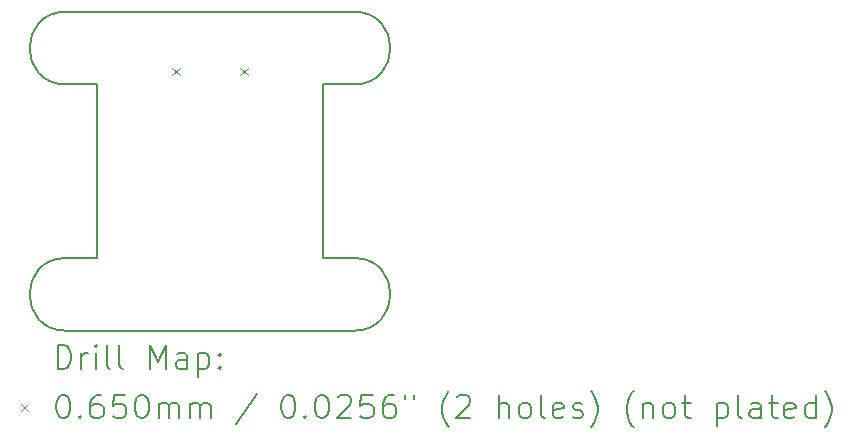
<source format=gbr>
%TF.GenerationSoftware,KiCad,Pcbnew,7.0.1-0*%
%TF.CreationDate,2023-11-28T20:23:42+01:00*%
%TF.ProjectId,Smart_Lamps,536d6172-745f-44c6-916d-70732e6b6963,rev?*%
%TF.SameCoordinates,Original*%
%TF.FileFunction,Drillmap*%
%TF.FilePolarity,Positive*%
%FSLAX45Y45*%
G04 Gerber Fmt 4.5, Leading zero omitted, Abs format (unit mm)*
G04 Created by KiCad (PCBNEW 7.0.1-0) date 2023-11-28 20:23:42*
%MOMM*%
%LPD*%
G01*
G04 APERTURE LIST*
%ADD10C,0.200000*%
%ADD11C,0.065000*%
G04 APERTURE END LIST*
D10*
X12860000Y-10715000D02*
X12860000Y-12185000D01*
X13820000Y-12800000D02*
X12860000Y-12800000D01*
X12600000Y-10100000D02*
X12860000Y-10100000D01*
X13820000Y-12800000D02*
X14780000Y-12800000D01*
X15040000Y-10100000D02*
X14780000Y-10100000D01*
X12600000Y-10715000D02*
X12860000Y-10715000D01*
X15040000Y-12185000D02*
X14780000Y-12185000D01*
X15040000Y-10715000D02*
X14780000Y-10715000D01*
X12600000Y-10100000D02*
G75*
G03*
X12600000Y-10715000I0J-307500D01*
G01*
X13820000Y-10100000D02*
X12860000Y-10100000D01*
X15040000Y-12800000D02*
G75*
G03*
X15040000Y-12185000I0J307500D01*
G01*
X13820000Y-10100000D02*
X14780000Y-10100000D01*
X15040000Y-12800000D02*
X14780000Y-12800000D01*
X12600000Y-12800000D02*
X12860000Y-12800000D01*
X14780000Y-10715000D02*
X14780000Y-12185000D01*
X12600000Y-12185000D02*
G75*
G03*
X12600000Y-12800000I0J-307500D01*
G01*
X12600000Y-12185000D02*
X12860000Y-12185000D01*
X15040000Y-10715000D02*
G75*
G03*
X15040000Y-10100000I0J307500D01*
G01*
D11*
X13497500Y-10572500D02*
X13562500Y-10637500D01*
X13562500Y-10572500D02*
X13497500Y-10637500D01*
X14077500Y-10572500D02*
X14142500Y-10637500D01*
X14142500Y-10572500D02*
X14077500Y-10637500D01*
D10*
X12530119Y-13122524D02*
X12530119Y-12922524D01*
X12530119Y-12922524D02*
X12577738Y-12922524D01*
X12577738Y-12922524D02*
X12606309Y-12932048D01*
X12606309Y-12932048D02*
X12625357Y-12951095D01*
X12625357Y-12951095D02*
X12634881Y-12970143D01*
X12634881Y-12970143D02*
X12644405Y-13008238D01*
X12644405Y-13008238D02*
X12644405Y-13036809D01*
X12644405Y-13036809D02*
X12634881Y-13074905D01*
X12634881Y-13074905D02*
X12625357Y-13093952D01*
X12625357Y-13093952D02*
X12606309Y-13113000D01*
X12606309Y-13113000D02*
X12577738Y-13122524D01*
X12577738Y-13122524D02*
X12530119Y-13122524D01*
X12730119Y-13122524D02*
X12730119Y-12989190D01*
X12730119Y-13027286D02*
X12739643Y-13008238D01*
X12739643Y-13008238D02*
X12749167Y-12998714D01*
X12749167Y-12998714D02*
X12768214Y-12989190D01*
X12768214Y-12989190D02*
X12787262Y-12989190D01*
X12853928Y-13122524D02*
X12853928Y-12989190D01*
X12853928Y-12922524D02*
X12844405Y-12932048D01*
X12844405Y-12932048D02*
X12853928Y-12941571D01*
X12853928Y-12941571D02*
X12863452Y-12932048D01*
X12863452Y-12932048D02*
X12853928Y-12922524D01*
X12853928Y-12922524D02*
X12853928Y-12941571D01*
X12977738Y-13122524D02*
X12958690Y-13113000D01*
X12958690Y-13113000D02*
X12949167Y-13093952D01*
X12949167Y-13093952D02*
X12949167Y-12922524D01*
X13082500Y-13122524D02*
X13063452Y-13113000D01*
X13063452Y-13113000D02*
X13053928Y-13093952D01*
X13053928Y-13093952D02*
X13053928Y-12922524D01*
X13311071Y-13122524D02*
X13311071Y-12922524D01*
X13311071Y-12922524D02*
X13377738Y-13065381D01*
X13377738Y-13065381D02*
X13444405Y-12922524D01*
X13444405Y-12922524D02*
X13444405Y-13122524D01*
X13625357Y-13122524D02*
X13625357Y-13017762D01*
X13625357Y-13017762D02*
X13615833Y-12998714D01*
X13615833Y-12998714D02*
X13596786Y-12989190D01*
X13596786Y-12989190D02*
X13558690Y-12989190D01*
X13558690Y-12989190D02*
X13539643Y-12998714D01*
X13625357Y-13113000D02*
X13606309Y-13122524D01*
X13606309Y-13122524D02*
X13558690Y-13122524D01*
X13558690Y-13122524D02*
X13539643Y-13113000D01*
X13539643Y-13113000D02*
X13530119Y-13093952D01*
X13530119Y-13093952D02*
X13530119Y-13074905D01*
X13530119Y-13074905D02*
X13539643Y-13055857D01*
X13539643Y-13055857D02*
X13558690Y-13046333D01*
X13558690Y-13046333D02*
X13606309Y-13046333D01*
X13606309Y-13046333D02*
X13625357Y-13036809D01*
X13720595Y-12989190D02*
X13720595Y-13189190D01*
X13720595Y-12998714D02*
X13739643Y-12989190D01*
X13739643Y-12989190D02*
X13777738Y-12989190D01*
X13777738Y-12989190D02*
X13796786Y-12998714D01*
X13796786Y-12998714D02*
X13806309Y-13008238D01*
X13806309Y-13008238D02*
X13815833Y-13027286D01*
X13815833Y-13027286D02*
X13815833Y-13084428D01*
X13815833Y-13084428D02*
X13806309Y-13103476D01*
X13806309Y-13103476D02*
X13796786Y-13113000D01*
X13796786Y-13113000D02*
X13777738Y-13122524D01*
X13777738Y-13122524D02*
X13739643Y-13122524D01*
X13739643Y-13122524D02*
X13720595Y-13113000D01*
X13901548Y-13103476D02*
X13911071Y-13113000D01*
X13911071Y-13113000D02*
X13901548Y-13122524D01*
X13901548Y-13122524D02*
X13892024Y-13113000D01*
X13892024Y-13113000D02*
X13901548Y-13103476D01*
X13901548Y-13103476D02*
X13901548Y-13122524D01*
X13901548Y-12998714D02*
X13911071Y-13008238D01*
X13911071Y-13008238D02*
X13901548Y-13017762D01*
X13901548Y-13017762D02*
X13892024Y-13008238D01*
X13892024Y-13008238D02*
X13901548Y-12998714D01*
X13901548Y-12998714D02*
X13901548Y-13017762D01*
D11*
X12217500Y-13417500D02*
X12282500Y-13482500D01*
X12282500Y-13417500D02*
X12217500Y-13482500D01*
D10*
X12568214Y-13342524D02*
X12587262Y-13342524D01*
X12587262Y-13342524D02*
X12606309Y-13352048D01*
X12606309Y-13352048D02*
X12615833Y-13361571D01*
X12615833Y-13361571D02*
X12625357Y-13380619D01*
X12625357Y-13380619D02*
X12634881Y-13418714D01*
X12634881Y-13418714D02*
X12634881Y-13466333D01*
X12634881Y-13466333D02*
X12625357Y-13504428D01*
X12625357Y-13504428D02*
X12615833Y-13523476D01*
X12615833Y-13523476D02*
X12606309Y-13533000D01*
X12606309Y-13533000D02*
X12587262Y-13542524D01*
X12587262Y-13542524D02*
X12568214Y-13542524D01*
X12568214Y-13542524D02*
X12549167Y-13533000D01*
X12549167Y-13533000D02*
X12539643Y-13523476D01*
X12539643Y-13523476D02*
X12530119Y-13504428D01*
X12530119Y-13504428D02*
X12520595Y-13466333D01*
X12520595Y-13466333D02*
X12520595Y-13418714D01*
X12520595Y-13418714D02*
X12530119Y-13380619D01*
X12530119Y-13380619D02*
X12539643Y-13361571D01*
X12539643Y-13361571D02*
X12549167Y-13352048D01*
X12549167Y-13352048D02*
X12568214Y-13342524D01*
X12720595Y-13523476D02*
X12730119Y-13533000D01*
X12730119Y-13533000D02*
X12720595Y-13542524D01*
X12720595Y-13542524D02*
X12711071Y-13533000D01*
X12711071Y-13533000D02*
X12720595Y-13523476D01*
X12720595Y-13523476D02*
X12720595Y-13542524D01*
X12901548Y-13342524D02*
X12863452Y-13342524D01*
X12863452Y-13342524D02*
X12844405Y-13352048D01*
X12844405Y-13352048D02*
X12834881Y-13361571D01*
X12834881Y-13361571D02*
X12815833Y-13390143D01*
X12815833Y-13390143D02*
X12806309Y-13428238D01*
X12806309Y-13428238D02*
X12806309Y-13504428D01*
X12806309Y-13504428D02*
X12815833Y-13523476D01*
X12815833Y-13523476D02*
X12825357Y-13533000D01*
X12825357Y-13533000D02*
X12844405Y-13542524D01*
X12844405Y-13542524D02*
X12882500Y-13542524D01*
X12882500Y-13542524D02*
X12901548Y-13533000D01*
X12901548Y-13533000D02*
X12911071Y-13523476D01*
X12911071Y-13523476D02*
X12920595Y-13504428D01*
X12920595Y-13504428D02*
X12920595Y-13456809D01*
X12920595Y-13456809D02*
X12911071Y-13437762D01*
X12911071Y-13437762D02*
X12901548Y-13428238D01*
X12901548Y-13428238D02*
X12882500Y-13418714D01*
X12882500Y-13418714D02*
X12844405Y-13418714D01*
X12844405Y-13418714D02*
X12825357Y-13428238D01*
X12825357Y-13428238D02*
X12815833Y-13437762D01*
X12815833Y-13437762D02*
X12806309Y-13456809D01*
X13101548Y-13342524D02*
X13006309Y-13342524D01*
X13006309Y-13342524D02*
X12996786Y-13437762D01*
X12996786Y-13437762D02*
X13006309Y-13428238D01*
X13006309Y-13428238D02*
X13025357Y-13418714D01*
X13025357Y-13418714D02*
X13072976Y-13418714D01*
X13072976Y-13418714D02*
X13092024Y-13428238D01*
X13092024Y-13428238D02*
X13101548Y-13437762D01*
X13101548Y-13437762D02*
X13111071Y-13456809D01*
X13111071Y-13456809D02*
X13111071Y-13504428D01*
X13111071Y-13504428D02*
X13101548Y-13523476D01*
X13101548Y-13523476D02*
X13092024Y-13533000D01*
X13092024Y-13533000D02*
X13072976Y-13542524D01*
X13072976Y-13542524D02*
X13025357Y-13542524D01*
X13025357Y-13542524D02*
X13006309Y-13533000D01*
X13006309Y-13533000D02*
X12996786Y-13523476D01*
X13234881Y-13342524D02*
X13253929Y-13342524D01*
X13253929Y-13342524D02*
X13272976Y-13352048D01*
X13272976Y-13352048D02*
X13282500Y-13361571D01*
X13282500Y-13361571D02*
X13292024Y-13380619D01*
X13292024Y-13380619D02*
X13301548Y-13418714D01*
X13301548Y-13418714D02*
X13301548Y-13466333D01*
X13301548Y-13466333D02*
X13292024Y-13504428D01*
X13292024Y-13504428D02*
X13282500Y-13523476D01*
X13282500Y-13523476D02*
X13272976Y-13533000D01*
X13272976Y-13533000D02*
X13253929Y-13542524D01*
X13253929Y-13542524D02*
X13234881Y-13542524D01*
X13234881Y-13542524D02*
X13215833Y-13533000D01*
X13215833Y-13533000D02*
X13206309Y-13523476D01*
X13206309Y-13523476D02*
X13196786Y-13504428D01*
X13196786Y-13504428D02*
X13187262Y-13466333D01*
X13187262Y-13466333D02*
X13187262Y-13418714D01*
X13187262Y-13418714D02*
X13196786Y-13380619D01*
X13196786Y-13380619D02*
X13206309Y-13361571D01*
X13206309Y-13361571D02*
X13215833Y-13352048D01*
X13215833Y-13352048D02*
X13234881Y-13342524D01*
X13387262Y-13542524D02*
X13387262Y-13409190D01*
X13387262Y-13428238D02*
X13396786Y-13418714D01*
X13396786Y-13418714D02*
X13415833Y-13409190D01*
X13415833Y-13409190D02*
X13444405Y-13409190D01*
X13444405Y-13409190D02*
X13463452Y-13418714D01*
X13463452Y-13418714D02*
X13472976Y-13437762D01*
X13472976Y-13437762D02*
X13472976Y-13542524D01*
X13472976Y-13437762D02*
X13482500Y-13418714D01*
X13482500Y-13418714D02*
X13501548Y-13409190D01*
X13501548Y-13409190D02*
X13530119Y-13409190D01*
X13530119Y-13409190D02*
X13549167Y-13418714D01*
X13549167Y-13418714D02*
X13558690Y-13437762D01*
X13558690Y-13437762D02*
X13558690Y-13542524D01*
X13653929Y-13542524D02*
X13653929Y-13409190D01*
X13653929Y-13428238D02*
X13663452Y-13418714D01*
X13663452Y-13418714D02*
X13682500Y-13409190D01*
X13682500Y-13409190D02*
X13711071Y-13409190D01*
X13711071Y-13409190D02*
X13730119Y-13418714D01*
X13730119Y-13418714D02*
X13739643Y-13437762D01*
X13739643Y-13437762D02*
X13739643Y-13542524D01*
X13739643Y-13437762D02*
X13749167Y-13418714D01*
X13749167Y-13418714D02*
X13768214Y-13409190D01*
X13768214Y-13409190D02*
X13796786Y-13409190D01*
X13796786Y-13409190D02*
X13815833Y-13418714D01*
X13815833Y-13418714D02*
X13825357Y-13437762D01*
X13825357Y-13437762D02*
X13825357Y-13542524D01*
X14215833Y-13333000D02*
X14044405Y-13590143D01*
X14472976Y-13342524D02*
X14492024Y-13342524D01*
X14492024Y-13342524D02*
X14511072Y-13352048D01*
X14511072Y-13352048D02*
X14520595Y-13361571D01*
X14520595Y-13361571D02*
X14530119Y-13380619D01*
X14530119Y-13380619D02*
X14539643Y-13418714D01*
X14539643Y-13418714D02*
X14539643Y-13466333D01*
X14539643Y-13466333D02*
X14530119Y-13504428D01*
X14530119Y-13504428D02*
X14520595Y-13523476D01*
X14520595Y-13523476D02*
X14511072Y-13533000D01*
X14511072Y-13533000D02*
X14492024Y-13542524D01*
X14492024Y-13542524D02*
X14472976Y-13542524D01*
X14472976Y-13542524D02*
X14453929Y-13533000D01*
X14453929Y-13533000D02*
X14444405Y-13523476D01*
X14444405Y-13523476D02*
X14434881Y-13504428D01*
X14434881Y-13504428D02*
X14425357Y-13466333D01*
X14425357Y-13466333D02*
X14425357Y-13418714D01*
X14425357Y-13418714D02*
X14434881Y-13380619D01*
X14434881Y-13380619D02*
X14444405Y-13361571D01*
X14444405Y-13361571D02*
X14453929Y-13352048D01*
X14453929Y-13352048D02*
X14472976Y-13342524D01*
X14625357Y-13523476D02*
X14634881Y-13533000D01*
X14634881Y-13533000D02*
X14625357Y-13542524D01*
X14625357Y-13542524D02*
X14615833Y-13533000D01*
X14615833Y-13533000D02*
X14625357Y-13523476D01*
X14625357Y-13523476D02*
X14625357Y-13542524D01*
X14758691Y-13342524D02*
X14777738Y-13342524D01*
X14777738Y-13342524D02*
X14796786Y-13352048D01*
X14796786Y-13352048D02*
X14806310Y-13361571D01*
X14806310Y-13361571D02*
X14815833Y-13380619D01*
X14815833Y-13380619D02*
X14825357Y-13418714D01*
X14825357Y-13418714D02*
X14825357Y-13466333D01*
X14825357Y-13466333D02*
X14815833Y-13504428D01*
X14815833Y-13504428D02*
X14806310Y-13523476D01*
X14806310Y-13523476D02*
X14796786Y-13533000D01*
X14796786Y-13533000D02*
X14777738Y-13542524D01*
X14777738Y-13542524D02*
X14758691Y-13542524D01*
X14758691Y-13542524D02*
X14739643Y-13533000D01*
X14739643Y-13533000D02*
X14730119Y-13523476D01*
X14730119Y-13523476D02*
X14720595Y-13504428D01*
X14720595Y-13504428D02*
X14711072Y-13466333D01*
X14711072Y-13466333D02*
X14711072Y-13418714D01*
X14711072Y-13418714D02*
X14720595Y-13380619D01*
X14720595Y-13380619D02*
X14730119Y-13361571D01*
X14730119Y-13361571D02*
X14739643Y-13352048D01*
X14739643Y-13352048D02*
X14758691Y-13342524D01*
X14901548Y-13361571D02*
X14911072Y-13352048D01*
X14911072Y-13352048D02*
X14930119Y-13342524D01*
X14930119Y-13342524D02*
X14977738Y-13342524D01*
X14977738Y-13342524D02*
X14996786Y-13352048D01*
X14996786Y-13352048D02*
X15006310Y-13361571D01*
X15006310Y-13361571D02*
X15015833Y-13380619D01*
X15015833Y-13380619D02*
X15015833Y-13399667D01*
X15015833Y-13399667D02*
X15006310Y-13428238D01*
X15006310Y-13428238D02*
X14892024Y-13542524D01*
X14892024Y-13542524D02*
X15015833Y-13542524D01*
X15196786Y-13342524D02*
X15101548Y-13342524D01*
X15101548Y-13342524D02*
X15092024Y-13437762D01*
X15092024Y-13437762D02*
X15101548Y-13428238D01*
X15101548Y-13428238D02*
X15120595Y-13418714D01*
X15120595Y-13418714D02*
X15168214Y-13418714D01*
X15168214Y-13418714D02*
X15187262Y-13428238D01*
X15187262Y-13428238D02*
X15196786Y-13437762D01*
X15196786Y-13437762D02*
X15206310Y-13456809D01*
X15206310Y-13456809D02*
X15206310Y-13504428D01*
X15206310Y-13504428D02*
X15196786Y-13523476D01*
X15196786Y-13523476D02*
X15187262Y-13533000D01*
X15187262Y-13533000D02*
X15168214Y-13542524D01*
X15168214Y-13542524D02*
X15120595Y-13542524D01*
X15120595Y-13542524D02*
X15101548Y-13533000D01*
X15101548Y-13533000D02*
X15092024Y-13523476D01*
X15377738Y-13342524D02*
X15339643Y-13342524D01*
X15339643Y-13342524D02*
X15320595Y-13352048D01*
X15320595Y-13352048D02*
X15311072Y-13361571D01*
X15311072Y-13361571D02*
X15292024Y-13390143D01*
X15292024Y-13390143D02*
X15282500Y-13428238D01*
X15282500Y-13428238D02*
X15282500Y-13504428D01*
X15282500Y-13504428D02*
X15292024Y-13523476D01*
X15292024Y-13523476D02*
X15301548Y-13533000D01*
X15301548Y-13533000D02*
X15320595Y-13542524D01*
X15320595Y-13542524D02*
X15358691Y-13542524D01*
X15358691Y-13542524D02*
X15377738Y-13533000D01*
X15377738Y-13533000D02*
X15387262Y-13523476D01*
X15387262Y-13523476D02*
X15396786Y-13504428D01*
X15396786Y-13504428D02*
X15396786Y-13456809D01*
X15396786Y-13456809D02*
X15387262Y-13437762D01*
X15387262Y-13437762D02*
X15377738Y-13428238D01*
X15377738Y-13428238D02*
X15358691Y-13418714D01*
X15358691Y-13418714D02*
X15320595Y-13418714D01*
X15320595Y-13418714D02*
X15301548Y-13428238D01*
X15301548Y-13428238D02*
X15292024Y-13437762D01*
X15292024Y-13437762D02*
X15282500Y-13456809D01*
X15472976Y-13342524D02*
X15472976Y-13380619D01*
X15549167Y-13342524D02*
X15549167Y-13380619D01*
X15844405Y-13618714D02*
X15834881Y-13609190D01*
X15834881Y-13609190D02*
X15815834Y-13580619D01*
X15815834Y-13580619D02*
X15806310Y-13561571D01*
X15806310Y-13561571D02*
X15796786Y-13533000D01*
X15796786Y-13533000D02*
X15787262Y-13485381D01*
X15787262Y-13485381D02*
X15787262Y-13447286D01*
X15787262Y-13447286D02*
X15796786Y-13399667D01*
X15796786Y-13399667D02*
X15806310Y-13371095D01*
X15806310Y-13371095D02*
X15815834Y-13352048D01*
X15815834Y-13352048D02*
X15834881Y-13323476D01*
X15834881Y-13323476D02*
X15844405Y-13313952D01*
X15911072Y-13361571D02*
X15920595Y-13352048D01*
X15920595Y-13352048D02*
X15939643Y-13342524D01*
X15939643Y-13342524D02*
X15987262Y-13342524D01*
X15987262Y-13342524D02*
X16006310Y-13352048D01*
X16006310Y-13352048D02*
X16015834Y-13361571D01*
X16015834Y-13361571D02*
X16025357Y-13380619D01*
X16025357Y-13380619D02*
X16025357Y-13399667D01*
X16025357Y-13399667D02*
X16015834Y-13428238D01*
X16015834Y-13428238D02*
X15901548Y-13542524D01*
X15901548Y-13542524D02*
X16025357Y-13542524D01*
X16263453Y-13542524D02*
X16263453Y-13342524D01*
X16349167Y-13542524D02*
X16349167Y-13437762D01*
X16349167Y-13437762D02*
X16339643Y-13418714D01*
X16339643Y-13418714D02*
X16320596Y-13409190D01*
X16320596Y-13409190D02*
X16292024Y-13409190D01*
X16292024Y-13409190D02*
X16272976Y-13418714D01*
X16272976Y-13418714D02*
X16263453Y-13428238D01*
X16472976Y-13542524D02*
X16453929Y-13533000D01*
X16453929Y-13533000D02*
X16444405Y-13523476D01*
X16444405Y-13523476D02*
X16434881Y-13504428D01*
X16434881Y-13504428D02*
X16434881Y-13447286D01*
X16434881Y-13447286D02*
X16444405Y-13428238D01*
X16444405Y-13428238D02*
X16453929Y-13418714D01*
X16453929Y-13418714D02*
X16472976Y-13409190D01*
X16472976Y-13409190D02*
X16501548Y-13409190D01*
X16501548Y-13409190D02*
X16520596Y-13418714D01*
X16520596Y-13418714D02*
X16530119Y-13428238D01*
X16530119Y-13428238D02*
X16539643Y-13447286D01*
X16539643Y-13447286D02*
X16539643Y-13504428D01*
X16539643Y-13504428D02*
X16530119Y-13523476D01*
X16530119Y-13523476D02*
X16520596Y-13533000D01*
X16520596Y-13533000D02*
X16501548Y-13542524D01*
X16501548Y-13542524D02*
X16472976Y-13542524D01*
X16653929Y-13542524D02*
X16634881Y-13533000D01*
X16634881Y-13533000D02*
X16625357Y-13513952D01*
X16625357Y-13513952D02*
X16625357Y-13342524D01*
X16806310Y-13533000D02*
X16787262Y-13542524D01*
X16787262Y-13542524D02*
X16749167Y-13542524D01*
X16749167Y-13542524D02*
X16730119Y-13533000D01*
X16730119Y-13533000D02*
X16720596Y-13513952D01*
X16720596Y-13513952D02*
X16720596Y-13437762D01*
X16720596Y-13437762D02*
X16730119Y-13418714D01*
X16730119Y-13418714D02*
X16749167Y-13409190D01*
X16749167Y-13409190D02*
X16787262Y-13409190D01*
X16787262Y-13409190D02*
X16806310Y-13418714D01*
X16806310Y-13418714D02*
X16815834Y-13437762D01*
X16815834Y-13437762D02*
X16815834Y-13456809D01*
X16815834Y-13456809D02*
X16720596Y-13475857D01*
X16892024Y-13533000D02*
X16911072Y-13542524D01*
X16911072Y-13542524D02*
X16949167Y-13542524D01*
X16949167Y-13542524D02*
X16968215Y-13533000D01*
X16968215Y-13533000D02*
X16977739Y-13513952D01*
X16977739Y-13513952D02*
X16977739Y-13504428D01*
X16977739Y-13504428D02*
X16968215Y-13485381D01*
X16968215Y-13485381D02*
X16949167Y-13475857D01*
X16949167Y-13475857D02*
X16920596Y-13475857D01*
X16920596Y-13475857D02*
X16901548Y-13466333D01*
X16901548Y-13466333D02*
X16892024Y-13447286D01*
X16892024Y-13447286D02*
X16892024Y-13437762D01*
X16892024Y-13437762D02*
X16901548Y-13418714D01*
X16901548Y-13418714D02*
X16920596Y-13409190D01*
X16920596Y-13409190D02*
X16949167Y-13409190D01*
X16949167Y-13409190D02*
X16968215Y-13418714D01*
X17044405Y-13618714D02*
X17053929Y-13609190D01*
X17053929Y-13609190D02*
X17072977Y-13580619D01*
X17072977Y-13580619D02*
X17082500Y-13561571D01*
X17082500Y-13561571D02*
X17092024Y-13533000D01*
X17092024Y-13533000D02*
X17101548Y-13485381D01*
X17101548Y-13485381D02*
X17101548Y-13447286D01*
X17101548Y-13447286D02*
X17092024Y-13399667D01*
X17092024Y-13399667D02*
X17082500Y-13371095D01*
X17082500Y-13371095D02*
X17072977Y-13352048D01*
X17072977Y-13352048D02*
X17053929Y-13323476D01*
X17053929Y-13323476D02*
X17044405Y-13313952D01*
X17406310Y-13618714D02*
X17396786Y-13609190D01*
X17396786Y-13609190D02*
X17377739Y-13580619D01*
X17377739Y-13580619D02*
X17368215Y-13561571D01*
X17368215Y-13561571D02*
X17358691Y-13533000D01*
X17358691Y-13533000D02*
X17349167Y-13485381D01*
X17349167Y-13485381D02*
X17349167Y-13447286D01*
X17349167Y-13447286D02*
X17358691Y-13399667D01*
X17358691Y-13399667D02*
X17368215Y-13371095D01*
X17368215Y-13371095D02*
X17377739Y-13352048D01*
X17377739Y-13352048D02*
X17396786Y-13323476D01*
X17396786Y-13323476D02*
X17406310Y-13313952D01*
X17482500Y-13409190D02*
X17482500Y-13542524D01*
X17482500Y-13428238D02*
X17492024Y-13418714D01*
X17492024Y-13418714D02*
X17511072Y-13409190D01*
X17511072Y-13409190D02*
X17539643Y-13409190D01*
X17539643Y-13409190D02*
X17558691Y-13418714D01*
X17558691Y-13418714D02*
X17568215Y-13437762D01*
X17568215Y-13437762D02*
X17568215Y-13542524D01*
X17692024Y-13542524D02*
X17672977Y-13533000D01*
X17672977Y-13533000D02*
X17663453Y-13523476D01*
X17663453Y-13523476D02*
X17653929Y-13504428D01*
X17653929Y-13504428D02*
X17653929Y-13447286D01*
X17653929Y-13447286D02*
X17663453Y-13428238D01*
X17663453Y-13428238D02*
X17672977Y-13418714D01*
X17672977Y-13418714D02*
X17692024Y-13409190D01*
X17692024Y-13409190D02*
X17720596Y-13409190D01*
X17720596Y-13409190D02*
X17739643Y-13418714D01*
X17739643Y-13418714D02*
X17749167Y-13428238D01*
X17749167Y-13428238D02*
X17758691Y-13447286D01*
X17758691Y-13447286D02*
X17758691Y-13504428D01*
X17758691Y-13504428D02*
X17749167Y-13523476D01*
X17749167Y-13523476D02*
X17739643Y-13533000D01*
X17739643Y-13533000D02*
X17720596Y-13542524D01*
X17720596Y-13542524D02*
X17692024Y-13542524D01*
X17815834Y-13409190D02*
X17892024Y-13409190D01*
X17844405Y-13342524D02*
X17844405Y-13513952D01*
X17844405Y-13513952D02*
X17853929Y-13533000D01*
X17853929Y-13533000D02*
X17872977Y-13542524D01*
X17872977Y-13542524D02*
X17892024Y-13542524D01*
X18111072Y-13409190D02*
X18111072Y-13609190D01*
X18111072Y-13418714D02*
X18130120Y-13409190D01*
X18130120Y-13409190D02*
X18168215Y-13409190D01*
X18168215Y-13409190D02*
X18187262Y-13418714D01*
X18187262Y-13418714D02*
X18196786Y-13428238D01*
X18196786Y-13428238D02*
X18206310Y-13447286D01*
X18206310Y-13447286D02*
X18206310Y-13504428D01*
X18206310Y-13504428D02*
X18196786Y-13523476D01*
X18196786Y-13523476D02*
X18187262Y-13533000D01*
X18187262Y-13533000D02*
X18168215Y-13542524D01*
X18168215Y-13542524D02*
X18130120Y-13542524D01*
X18130120Y-13542524D02*
X18111072Y-13533000D01*
X18320596Y-13542524D02*
X18301548Y-13533000D01*
X18301548Y-13533000D02*
X18292024Y-13513952D01*
X18292024Y-13513952D02*
X18292024Y-13342524D01*
X18482501Y-13542524D02*
X18482501Y-13437762D01*
X18482501Y-13437762D02*
X18472977Y-13418714D01*
X18472977Y-13418714D02*
X18453929Y-13409190D01*
X18453929Y-13409190D02*
X18415834Y-13409190D01*
X18415834Y-13409190D02*
X18396786Y-13418714D01*
X18482501Y-13533000D02*
X18463453Y-13542524D01*
X18463453Y-13542524D02*
X18415834Y-13542524D01*
X18415834Y-13542524D02*
X18396786Y-13533000D01*
X18396786Y-13533000D02*
X18387262Y-13513952D01*
X18387262Y-13513952D02*
X18387262Y-13494905D01*
X18387262Y-13494905D02*
X18396786Y-13475857D01*
X18396786Y-13475857D02*
X18415834Y-13466333D01*
X18415834Y-13466333D02*
X18463453Y-13466333D01*
X18463453Y-13466333D02*
X18482501Y-13456809D01*
X18549167Y-13409190D02*
X18625358Y-13409190D01*
X18577739Y-13342524D02*
X18577739Y-13513952D01*
X18577739Y-13513952D02*
X18587262Y-13533000D01*
X18587262Y-13533000D02*
X18606310Y-13542524D01*
X18606310Y-13542524D02*
X18625358Y-13542524D01*
X18768215Y-13533000D02*
X18749167Y-13542524D01*
X18749167Y-13542524D02*
X18711072Y-13542524D01*
X18711072Y-13542524D02*
X18692024Y-13533000D01*
X18692024Y-13533000D02*
X18682501Y-13513952D01*
X18682501Y-13513952D02*
X18682501Y-13437762D01*
X18682501Y-13437762D02*
X18692024Y-13418714D01*
X18692024Y-13418714D02*
X18711072Y-13409190D01*
X18711072Y-13409190D02*
X18749167Y-13409190D01*
X18749167Y-13409190D02*
X18768215Y-13418714D01*
X18768215Y-13418714D02*
X18777739Y-13437762D01*
X18777739Y-13437762D02*
X18777739Y-13456809D01*
X18777739Y-13456809D02*
X18682501Y-13475857D01*
X18949167Y-13542524D02*
X18949167Y-13342524D01*
X18949167Y-13533000D02*
X18930120Y-13542524D01*
X18930120Y-13542524D02*
X18892024Y-13542524D01*
X18892024Y-13542524D02*
X18872977Y-13533000D01*
X18872977Y-13533000D02*
X18863453Y-13523476D01*
X18863453Y-13523476D02*
X18853929Y-13504428D01*
X18853929Y-13504428D02*
X18853929Y-13447286D01*
X18853929Y-13447286D02*
X18863453Y-13428238D01*
X18863453Y-13428238D02*
X18872977Y-13418714D01*
X18872977Y-13418714D02*
X18892024Y-13409190D01*
X18892024Y-13409190D02*
X18930120Y-13409190D01*
X18930120Y-13409190D02*
X18949167Y-13418714D01*
X19025358Y-13618714D02*
X19034882Y-13609190D01*
X19034882Y-13609190D02*
X19053929Y-13580619D01*
X19053929Y-13580619D02*
X19063453Y-13561571D01*
X19063453Y-13561571D02*
X19072977Y-13533000D01*
X19072977Y-13533000D02*
X19082501Y-13485381D01*
X19082501Y-13485381D02*
X19082501Y-13447286D01*
X19082501Y-13447286D02*
X19072977Y-13399667D01*
X19072977Y-13399667D02*
X19063453Y-13371095D01*
X19063453Y-13371095D02*
X19053929Y-13352048D01*
X19053929Y-13352048D02*
X19034882Y-13323476D01*
X19034882Y-13323476D02*
X19025358Y-13313952D01*
M02*

</source>
